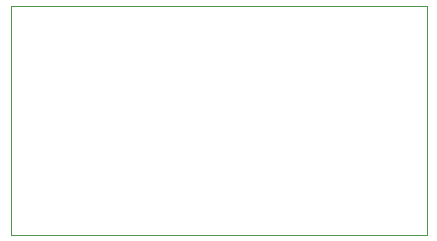
<source format=gbr>
%TF.GenerationSoftware,KiCad,Pcbnew,(5.99.0-1452-gb67f18b39)*%
%TF.CreationDate,2020-07-26T03:51:20-04:00*%
%TF.ProjectId,GoKart,476f4b61-7274-42e6-9b69-6361645f7063,rev?*%
%TF.SameCoordinates,Original*%
%TF.FileFunction,Profile,NP*%
%FSLAX46Y46*%
G04 Gerber Fmt 4.6, Leading zero omitted, Abs format (unit mm)*
G04 Created by KiCad (PCBNEW (5.99.0-1452-gb67f18b39)) date 2020-07-26 03:51:20*
%MOMM*%
%LPD*%
G01*
G04 APERTURE LIST*
%TA.AperFunction,Profile*%
%ADD10C,0.100000*%
%TD*%
G04 APERTURE END LIST*
D10*
X138836400Y-60883800D02*
X139344400Y-60883800D01*
X138836400Y-80264000D02*
X138836400Y-60883800D01*
X140030200Y-80264000D02*
X138836400Y-80264000D01*
X174015400Y-80264000D02*
X140030200Y-80264000D01*
X174015400Y-60883800D02*
X174015400Y-80264000D01*
X139344400Y-60883800D02*
X174015400Y-60883800D01*
M02*

</source>
